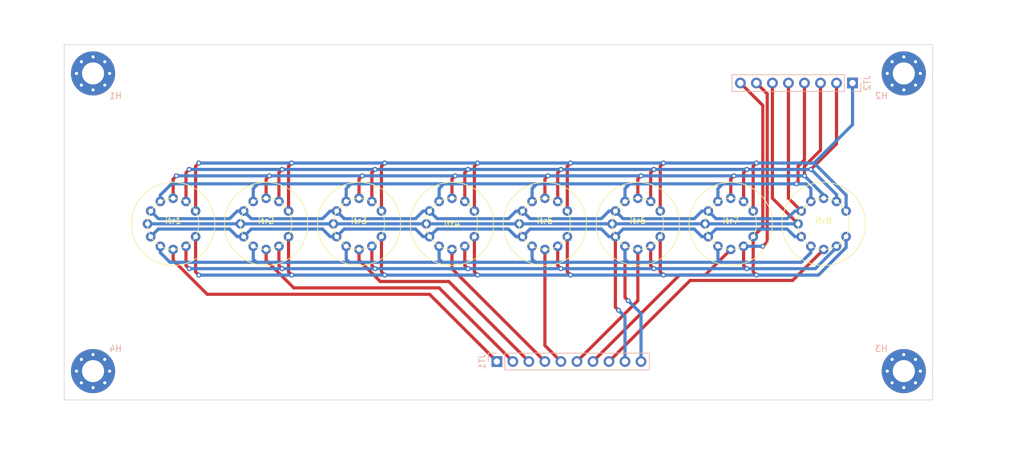
<source format=kicad_pcb>
(kicad_pcb (version 20211014) (generator pcbnew)
  (layers (0 "F.Cu" signal) (31 "B.Cu" signal) (34 "B.Paste" user) (35 "F.Paste" user) (36 "B.SilkS" user "B.Silkscreen") (37 "F.SilkS" user "F.Silkscreen") (38 "B.Mask" user) (39 "F.Mask" user) (44 "Edge.Cuts" user))
  (net 0 "")
  (net 1 "Net-(JT2-Pad1)")
  (net 2 "Net-(JT2-Pad2)")
  (net 3 "Net-(JT2-Pad3)")
  (net 4 "Net-(JT2-Pad4)")
  (net 5 "Net-(JT2-Pad5)")
  (net 6 "Net-(JT2-Pad6)")
  (net 7 "GND1")
  (net 8 "+1V5")
  (net 9 "Net-(itr1-Pad9)")
  (net 10 "Net-(JT2-Pad7)")
  (net 11 "Net-(JT2-Pad8)")
  (net 12 "Net-(itr2-Pad9)")
  (net 13 "Net-(itr3-Pad9)")
  (net 14 "Net-(itr4-Pad9)")
  (net 15 "Net-(itr5-Pad9)")
  (net 16 "Net-(itr6-Pad9)")
  (net 17 "Net-(itr7-Pad9)")
  (net 18 "Net-(itr8-Pad9)")
  (net 19 "GND")
  (footprint "Itron:itron_IV_6" (layer "F.Cu") (at 169.164 108.712)
    (fp_text reference "itr7" (at 0 -0.5 unlocked) (layer "F.SilkS"))
    (fp_text value "itron_IV_6")
    (fp_circle (center 0 0) (end 0 -4.064) (layer "F.SilkS") (width 0.12) (fill none))
    (fp_circle (center 0 0) (end 6.604 0) (layer "F.SilkS") (width 0.12) (fill none))
    (pad "1" thru_hole circle (at 3.556 -2.032) (size 1.524 1.524) (drill 0.762) (layers *.Cu *.Mask) (net 1 "Net-(JT2-Pad1)"))
    (pad "2" thru_hole circle (at 2.032 -3.556) (size 1.524 1.524) (drill 0.762) (layers *.Cu *.Mask) (net 2 "Net-(JT2-Pad2)"))
    (pad "3" thru_hole circle (at 0 -4.064) (size 1.524 1.524) (drill 0.762) (layers *.Cu *.Mask) (net 3 "Net-(JT2-Pad3)"))
    (pad "4" thru_hole circle (at -2.032 -3.556) (size 1.524 1.524) (drill 0.762) (layers *.Cu *.Mask) (net 4 "Net-(JT2-Pad4)"))
    (pad "5" thru_hole circle (at -3.556 -2.032) (size 1.524 1.524) (drill 0.762) (layers *.Cu *.Mask) (net 5 "Net-(JT2-Pad5)"))
    (pad "6" thru_hole circle (at -4.064 0) (size 1.524 1.524) (drill 0.762) (layers *.Cu *.Mask) (net 6 "Net-(JT2-Pad6)"))
    (pad "7" thru_hole circle (at -3.556 2.032) (size 1.524 1.524) (drill 0.762) (layers *.Cu *.Mask) (net 7 "GND1"))
    (pad "8" thru_hole circle (at -2.032 3.556) (size 1.524 1.524) (drill 0.762) (layers *.Cu *.Mask) (net 8 "+1V5"))
    (pad "9" thru_hole circle (at 0 4.064) (size 1.524 1.524) (drill 0.762) (layers *.Cu *.Mask) (net 17 "Net-(itr7-Pad9)"))
    (pad "10" thru_hole circle (at 2.032 3.556) (size 1.524 1.524) (drill 0.762) (layers *.Cu *.Mask) (net 10 "Net-(JT2-Pad7)"))
    (pad "11" thru_hole circle (at 3.556 2.032) (size 1.524 1.524) (drill 0.762) (layers *.Cu *.Mask) (net 11 "Net-(JT2-Pad8)"))
  )
  (footprint "Itron:itron_IV_6" (layer "F.Cu") (at 154.432 108.712)
    (fp_text reference "itr6" (at 0 -0.5 unlocked) (layer "F.SilkS"))
    (fp_text value "itron_IV_6")
    (fp_circle (center 0 0) (end 6.604 0) (layer "F.SilkS") (width 0.12) (fill none))
    (fp_circle (center 0 0) (end 0 -4.064) (layer "F.SilkS") (width 0.12) (fill none))
    (pad "1" thru_hole circle (at 3.556 -2.032) (size 1.524 1.524) (drill 0.762) (layers *.Cu *.Mask) (net 1 "Net-(JT2-Pad1)"))
    (pad "2" thru_hole circle (at 2.032 -3.556) (size 1.524 1.524) (drill 0.762) (layers *.Cu *.Mask) (net 2 "Net-(JT2-Pad2)"))
    (pad "3" thru_hole circle (at 0 -4.064) (size 1.524 1.524) (drill 0.762) (layers *.Cu *.Mask) (net 3 "Net-(JT2-Pad3)"))
    (pad "4" thru_hole circle (at -2.032 -3.556) (size 1.524 1.524) (drill 0.762) (layers *.Cu *.Mask) (net 4 "Net-(JT2-Pad4)"))
    (pad "5" thru_hole circle (at -3.556 -2.032) (size 1.524 1.524) (drill 0.762) (layers *.Cu *.Mask) (net 5 "Net-(JT2-Pad5)"))
    (pad "6" thru_hole circle (at -4.064 0) (size 1.524 1.524) (drill 0.762) (layers *.Cu *.Mask) (net 6 "Net-(JT2-Pad6)"))
    (pad "7" thru_hole circle (at -3.556 2.032) (size 1.524 1.524) (drill 0.762) (layers *.Cu *.Mask) (net 7 "GND1"))
    (pad "8" thru_hole circle (at -2.032 3.556) (size 1.524 1.524) (drill 0.762) (layers *.Cu *.Mask) (net 8 "+1V5"))
    (pad "9" thru_hole circle (at 0 4.064) (size 1.524 1.524) (drill 0.762) (layers *.Cu *.Mask) (net 16 "Net-(itr6-Pad9)"))
    (pad "10" thru_hole circle (at 2.032 3.556) (size 1.524 1.524) (drill 0.762) (layers *.Cu *.Mask) (net 10 "Net-(JT2-Pad7)"))
    (pad "11" thru_hole circle (at 3.556 2.032) (size 1.524 1.524) (drill 0.762) (layers *.Cu *.Mask) (net 11 "Net-(JT2-Pad8)"))
  )
  (footprint "MountingHole:MountingHole_3.5mm_Pad_Via" (layer "F.Cu") (at 196.596 84.836)
    (fp_text reference "H2" (at -3.556 3.556) (layer "B.SilkS") (effects (justify mirror)))
    (fp_text value "MountingHole_Pad")
    (pad "1" thru_hole circle (at -2.625 0) (size 0.8 0.8) (drill 0.5) (layers *.Cu *.Mask) (net 19 "GND"))
    (pad "1" thru_hole circle (at 0 2.625) (size 0.8 0.8) (drill 0.5) (layers *.Cu *.Mask) (net 19 "GND"))
    (pad "1" thru_hole circle (at 2.625 0) (size 0.8 0.8) (drill 0.5) (layers *.Cu *.Mask) (net 19 "GND"))
    (pad "1" thru_hole circle (at 1.856155 1.856155) (size 0.8 0.8) (drill 0.5) (layers *.Cu *.Mask) (net 19 "GND"))
    (pad "1" thru_hole circle (at -1.856155 -1.856155) (size 0.8 0.8) (drill 0.5) (layers *.Cu *.Mask) (net 19 "GND"))
    (pad "1" thru_hole circle (at -1.856155 1.856155) (size 0.8 0.8) (drill 0.5) (layers *.Cu *.Mask) (net 19 "GND"))
    (pad "1" thru_hole circle (at 0 0) (size 7 7) (drill 3.5) (layers *.Cu *.Mask) (net 19 "GND"))
    (pad "1" thru_hole circle (at 0 -2.625) (size 0.8 0.8) (drill 0.5) (layers *.Cu *.Mask) (net 19 "GND"))
    (pad "1" thru_hole circle (at 1.856155 -1.856155) (size 0.8 0.8) (drill 0.5) (layers *.Cu *.Mask) (net 19 "GND"))
  )
  (footprint "Itron:itron_IV_6" (layer "F.Cu") (at 95.504 108.712)
    (fp_text reference "itr2" (at 0 -0.5 unlocked) (layer "F.SilkS"))
    (fp_text value "itron_IV_6")
    (fp_circle (center 0 0) (end 0 -4.064) (layer "F.SilkS") (width 0.12) (fill none))
    (fp_circle (center 0 0) (end 6.604 0) (layer "F.SilkS") (width 0.12) (fill none))
    (pad "1" thru_hole circle (at 3.556 -2.032) (size 1.524 1.524) (drill 0.762) (layers *.Cu *.Mask) (net 1 "Net-(JT2-Pad1)"))
    (pad "2" thru_hole circle (at 2.032 -3.556) (size 1.524 1.524) (drill 0.762) (layers *.Cu *.Mask) (net 2 "Net-(JT2-Pad2)"))
    (pad "3" thru_hole circle (at 0 -4.064) (size 1.524 1.524) (drill 0.762) (layers *.Cu *.Mask) (net 3 "Net-(JT2-Pad3)"))
    (pad "4" thru_hole circle (at -2.032 -3.556) (size 1.524 1.524) (drill 0.762) (layers *.Cu *.Mask) (net 4 "Net-(JT2-Pad4)"))
    (pad "5" thru_hole circle (at -3.556 -2.032) (size 1.524 1.524) (drill 0.762) (layers *.Cu *.Mask) (net 5 "Net-(JT2-Pad5)"))
    (pad "6" thru_hole circle (at -4.064 0) (size 1.524 1.524) (drill 0.762) (layers *.Cu *.Mask) (net 6 "Net-(JT2-Pad6)"))
    (pad "7" thru_hole circle (at -3.556 2.032) (size 1.524 1.524) (drill 0.762) (layers *.Cu *.Mask) (net 7 "GND1"))
    (pad "8" thru_hole circle (at -2.032 3.556) (size 1.524 1.524) (drill 0.762) (layers *.Cu *.Mask) (net 8 "+1V5"))
    (pad "9" thru_hole circle (at 0 4.064) (size 1.524 1.524) (drill 0.762) (layers *.Cu *.Mask) (net 12 "Net-(itr2-Pad9)"))
    (pad "10" thru_hole circle (at 2.032 3.556) (size 1.524 1.524) (drill 0.762) (layers *.Cu *.Mask) (net 10 "Net-(JT2-Pad7)"))
    (pad "11" thru_hole circle (at 3.556 2.032) (size 1.524 1.524) (drill 0.762) (layers *.Cu *.Mask) (net 11 "Net-(JT2-Pad8)"))
  )
  (footprint "Itron:itron_IV_6" (layer "F.Cu") (at 110.236 108.712)
    (fp_text reference "itr3" (at 0 -0.5 unlocked) (layer "F.SilkS"))
    (fp_text value "itron_IV_6")
    (fp_circle (center 0 0) (end 6.604 0) (layer "F.SilkS") (width 0.12) (fill none))
    (fp_circle (center 0 0) (end 0 -4.064) (layer "F.SilkS") (width 0.12) (fill none))
    (pad "1" thru_hole circle (at 3.556 -2.032) (size 1.524 1.524) (drill 0.762) (layers *.Cu *.Mask) (net 1 "Net-(JT2-Pad1)"))
    (pad "2" thru_hole circle (at 2.032 -3.556) (size 1.524 1.524) (drill 0.762) (layers *.Cu *.Mask) (net 2 "Net-(JT2-Pad2)"))
    (pad "3" thru_hole circle (at 0 -4.064) (size 1.524 1.524) (drill 0.762) (layers *.Cu *.Mask) (net 3 "Net-(JT2-Pad3)"))
    (pad "4" thru_hole circle (at -2.032 -3.556) (size 1.524 1.524) (drill 0.762) (layers *.Cu *.Mask) (net 4 "Net-(JT2-Pad4)"))
    (pad "5" thru_hole circle (at -3.556 -2.032) (size 1.524 1.524) (drill 0.762) (layers *.Cu *.Mask) (net 5 "Net-(JT2-Pad5)"))
    (pad "6" thru_hole circle (at -4.064 0) (size 1.524 1.524) (drill 0.762) (layers *.Cu *.Mask) (net 6 "Net-(JT2-Pad6)"))
    (pad "7" thru_hole circle (at -3.556 2.032) (size 1.524 1.524) (drill 0.762) (layers *.Cu *.Mask) (net 7 "GND1"))
    (pad "8" thru_hole circle (at -2.032 3.556) (size 1.524 1.524) (drill 0.762) (layers *.Cu *.Mask) (net 8 "+1V5"))
    (pad "9" thru_hole circle (at 0 4.064) (size 1.524 1.524) (drill 0.762) (layers *.Cu *.Mask) (net 13 "Net-(itr3-Pad9)"))
    (pad "10" thru_hole circle (at 2.032 3.556) (size 1.524 1.524) (drill 0.762) (layers *.Cu *.Mask) (net 10 "Net-(JT2-Pad7)"))
    (pad "11" thru_hole circle (at 3.556 2.032) (size 1.524 1.524) (drill 0.762) (layers *.Cu *.Mask) (net 11 "Net-(JT2-Pad8)"))
  )
  (footprint "Itron:itron_IV_6" (layer "F.Cu") (at 183.896 108.712)
    (fp_text reference "itr8" (at 0 -0.5 unlocked) (layer "F.SilkS"))
    (fp_text value "itron_IV_6")
    (fp_circle (center 0 0) (end 0 -4.064) (layer "F.SilkS") (width 0.12) (fill none))
    (fp_circle (center 0 0) (end 6.604 0) (layer "F.SilkS") (width 0.12) (fill none))
    (pad "1" thru_hole circle (at 3.556 -2.032) (size 1.524 1.524) (drill 0.762) (layers *.Cu *.Mask) (net 1 "Net-(JT2-Pad1)"))
    (pad "2" thru_hole circle (at 2.032 -3.556) (size 1.524 1.524) (drill 0.762) (layers *.Cu *.Mask) (net 2 "Net-(JT2-Pad2)"))
    (pad "3" thru_hole circle (at 0 -4.064) (size 1.524 1.524) (drill 0.762) (layers *.Cu *.Mask) (net 3 "Net-(JT2-Pad3)"))
    (pad "4" thru_hole circle (at -2.032 -3.556) (size 1.524 1.524) (drill 0.762) (layers *.Cu *.Mask) (net 4 "Net-(JT2-Pad4)"))
    (pad "5" thru_hole circle (at -3.556 -2.032) (size 1.524 1.524) (drill 0.762) (layers *.Cu *.Mask) (net 5 "Net-(JT2-Pad5)"))
    (pad "6" thru_hole circle (at -4.064 0) (size 1.524 1.524) (drill 0.762) (layers *.Cu *.Mask) (net 6 "Net-(JT2-Pad6)"))
    (pad "7" thru_hole circle (at -3.556 2.032) (size 1.524 1.524) (drill 0.762) (layers *.Cu *.Mask) (net 7 "GND1"))
    (pad "8" thru_hole circle (at -2.032 3.556) (size 1.524 1.524) (drill 0.762) (layers *.Cu *.Mask) (net 8 "+1V5"))
    (pad "9" thru_hole circle (at 0 4.064) (size 1.524 1.524) (drill 0.762) (layers *.Cu *.Mask) (net 18 "Net-(itr8-Pad9)"))
    (pad "10" thru_hole circle (at 2.032 3.556) (size 1.524 1.524) (drill 0.762) (layers *.Cu *.Mask) (net 10 "Net-(JT2-Pad7)"))
    (pad "11" thru_hole circle (at 3.556 2.032) (size 1.524 1.524) (drill 0.762) (layers *.Cu *.Mask) (net 11 "Net-(JT2-Pad8)"))
  )
  (footprint "MountingHole:MountingHole_3.5mm_Pad_Via" (layer "F.Cu") (at 68.072 132.08)
    (fp_text reference "H4" (at 3.556 -3.556) (layer "B.SilkS") (effects (justify mirror)))
    (fp_text value "MountingHole_Pad")
    (pad "1" thru_hole circle (at 1.856155 -1.856155) (size 0.8 0.8) (drill 0.5) (layers *.Cu *.Mask) (net 19 "GND"))
    (pad "1" thru_hole circle (at 2.625 0) (size 0.8 0.8) (drill 0.5) (layers *.Cu *.Mask) (net 19 "GND"))
    (pad "1" thru_hole circle (at -2.625 0) (size 0.8 0.8) (drill 0.5) (layers *.Cu *.Mask) (net 19 "GND"))
    (pad "1" thru_hole circle (at -1.856155 1.856155) (size 0.8 0.8) (drill 0.5) (layers *.Cu *.Mask) (net 19 "GND"))
    (pad "1" thru_hole circle (at 0 0) (size 7 7) (drill 3.5) (layers *.Cu *.Mask) (net 19 "GND"))
    (pad "1" thru_hole circle (at -1.856155 -1.856155) (size 0.8 0.8) (drill 0.5) (layers *.Cu *.Mask) (net 19 "GND"))
    (pad "1" thru_hole circle (at 0 2.625) (size 0.8 0.8) (drill 0.5) (layers *.Cu *.Mask) (net 19 "GND"))
    (pad "1" thru_hole circle (at 1.856155 1.856155) (size 0.8 0.8) (drill 0.5) (layers *.Cu *.Mask) (net 19 "GND"))
    (pad "1" thru_hole circle (at 0 -2.625) (size 0.8 0.8) (drill 0.5) (layers *.Cu *.Mask) (net 19 "GND"))
  )
  (footprint "Itron:itron_IV_6" (layer "F.Cu") (at 124.968 108.712)
    (fp_text reference "itr4" (at 0 0 unlocked) (layer "F.SilkS"))
    (fp_text value "itron_IV_6")
    (fp_circle (center 0 0) (end 0 -4.064) (layer "F.SilkS") (width 0.12) (fill none))
    (fp_circle (center 0 0) (end 6.604 0) (layer "F.SilkS") (width 0.12) (fill none))
    (pad "1" thru_hole circle (at 3.556 -2.032) (size 1.524 1.524) (drill 0.762) (layers *.Cu *.Mask) (net 1 "Net-(JT2-Pad1)"))
    (pad "2" thru_hole circle (at 2.032 -3.556) (size 1.524 1.524) (drill 0.762) (layers *.Cu *.Mask) (net 2 "Net-(JT2-Pad2)"))
    (pad "3" thru_hole circle (at 0 -4.064) (size 1.524 1.524) (drill 0.762) (layers *.Cu *.Mask) (net 3 "Net-(JT2-Pad3)"))
    (pad "4" thru_hole circle (at -2.032 -3.556) (size 1.524 1.524) (drill 0.762) (layers *.Cu *.Mask) (net 4 "Net-(JT2-Pad4)"))
    (pad "5" thru_hole circle (at -3.556 -2.032) (size 1.524 1.524) (drill 0.762) (layers *.Cu *.Mask) (net 5 "Net-(JT2-Pad5)"))
    (pad "6" thru_hole circle (at -4.064 0) (size 1.524 1.524) (drill 0.762) (layers *.Cu *.Mask) (net 6 "Net-(JT2-Pad6)"))
    (pad "7" thru_hole circle (at -3.556 2.032) (size 1.524 1.524) (drill 0.762) (layers *.Cu *.Mask) (net 7 "GND1"))
    (pad "8" thru_hole circle (at -2.032 3.556) (size 1.524 1.524) (drill 0.762) (layers *.Cu *.Mask) (net 8 "+1V5"))
    (pad "9" thru_hole circle (at 0 4.064) (size 1.524 1.524) (drill 0.762) (layers *.Cu *.Mask) (net 14 "Net-(itr4-Pad9)"))
    (pad "10" thru_hole circle (at 2.032 3.556) (size 1.524 1.524) (drill 0.762) (layers *.Cu *.Mask) (net 10 "Net-(JT2-Pad7)"))
    (pad "11" thru_hole circle (at 3.556 2.032) (size 1.524 1.524) (drill 0.762) (layers *.Cu *.Mask) (net 11 "Net-(JT2-Pad8)"))
  )
  (footprint "MountingHole:MountingHole_3.5mm_Pad_Via" (layer "F.Cu") (at 68.072 84.836)
    (fp_text reference "H1" (at 3.556 3.556) (layer "B.SilkS") (effects (justify mirror)))
    (fp_text value "MountingHole_Pad")
    (pad "1" thru_hole circle (at 0 0) (size 7 7) (drill 3.5) (layers *.Cu *.Mask) (net 19 "GND"))
    (pad "1" thru_hole circle (at -1.856155 1.856155) (size 0.8 0.8) (drill 0.5) (layers *.Cu *.Mask) (net 19 "GND"))
    (pad "1" thru_hole circle (at -1.856155 -1.856155) (size 0.8 0.8) (drill 0.5) (layers *.Cu *.Mask) (net 19 "GND"))
    (pad "1" thru_hole circle (at 1.856155 1.856155) (size 0.8 0.8) (drill 0.5) (layers *.Cu *.Mask) (net 19 "GND"))
    (pad "1" thru_hole circle (at -2.625 0) (size 0.8 0.8) (drill 0.5) (layers *.Cu *.Mask) (net 19 "GND"))
    (pad "1" thru_hole circle (at 0 2.625) (size 0.8 0.8) (drill 0.5) (layers *.Cu *.Mask) (net 19 "GND"))
    (pad "1" thru_hole circle (at 0 -2.625) (size 0.8 0.8) (drill 0.5) (layers *.Cu *.Mask) (net 19 "GND"))
    (pad "1" thru_hole circle (at 1.856155 -1.856155) (size 0.8 0.8) (drill 0.5) (layers *.Cu *.Mask) (net 19 "GND"))
    (pad "1" thru_hole circle (at 2.625 0) (size 0.8 0.8) (drill 0.5) (layers *.Cu *.Mask) (net 19 "GND"))
  )
  (footprint "Itron:itron_IV_6" (layer "F.Cu") (at 80.772 108.712)
    (fp_text reference "itr1" (at 0 -0.5 unlocked) (layer "F.SilkS"))
    (fp_text value "itron_IV_6")
    (fp_circle (center 0 0) (end 6.604 0) (layer "F.SilkS") (width 0.12) (fill none))
    (fp_circle (center 0 0) (end 0 -4.064) (layer "F.SilkS") (width 0.12) (fill none))
    (pad "1" thru_hole circle (at 3.556 -2.032) (size 1.524 1.524) (drill 0.762) (layers *.Cu *.Mask) (net 1 "Net-(JT2-Pad1)"))
    (pad "2" thru_hole circle (at 2.032 -3.556) (size 1.524 1.524) (drill 0.762) (layers *.Cu *.Mask) (net 2 "Net-(JT2-Pad2)"))
    (pad "3" thru_hole circle (at 0 -4.064) (size 1.524 1.524) (drill 0.762) (layers *.Cu *.Mask) (net 3 "Net-(JT2-Pad3)"))
    (pad "4" thru_hole circle (at -2.032 -3.556) (size 1.524 1.524) (drill 0.762) (layers *.Cu *.Mask) (net 4 "Net-(JT2-Pad4)"))
    (pad "5" thru_hole circle (at -3.556 -2.032) (size 1.524 1.524) (drill 0.762) (layers *.Cu *.Mask) (net 5 "Net-(JT2-Pad5)"))
    (pad "6" thru_hole circle (at -4.064 0) (size 1.524 1.524) (drill 0.762) (layers *.Cu *.Mask) (net 6 "Net-(JT2-Pad6)"))
    (pad "7" thru_hole circle (at -3.556 2.032) (size 1.524 1.524) (drill 0.762) (layers *.Cu *.Mask) (net 7 "GND1"))
    (pad "8" thru_hole circle (at -2.032 3.556) (size 1.524 1.524) (drill 0.762) (layers *.Cu *.Mask) (net 8 "+1V5"))
    (pad "9" thru_hole circle (at 0 4.064) (size 1.524 1.524) (drill 0.762) (layers *.Cu *.Mask) (net 9 "Net-(itr1-Pad9)"))
    (pad "10" thru_hole circle (at 2.032 3.556) (size 1.524 1.524) (drill 0.762) (layers *.Cu *.Mask) (net 10 "Net-(JT2-Pad7)"))
    (pad "11" thru_hole circle (at 3.556 2.032) (size 1.524 1.524) (drill 0.762) (layers *.Cu *.Mask) (net 11 "Net-(JT2-Pad8)"))
  )
  (footprint "Itron:itron_IV_6" (layer "F.Cu") (at 139.7 108.712)
    (fp_text reference "itr5" (at 0 -0.5 unlocked) (layer "F.SilkS"))
    (fp_text value "itron_IV_6")
    (fp_circle (center 0 0) (end 0 -4.064) (layer "F.SilkS") (width 0.12) (fill none))
    (fp_circle (center 0 0) (end 6.604 0) (layer "F.SilkS") (width 0.12) (fill none))
    (pad "1" thru_hole circle (at 3.556 -2.032) (size 1.524 1.524) (drill 0.762) (layers *.Cu *.Mask) (net 1 "Net-(JT2-Pad1)"))
    (pad "2" thru_hole circle (at 2.032 -3.556) (size 1.524 1.524) (drill 0.762) (layers *.Cu *.Mask) (net 2 "Net-(JT2-Pad2)"))
    (pad "3" thru_hole circle (at 0 -4.064) (size 1.524 1.524) (drill 0.762) (layers *.Cu *.Mask) (net 3 "Net-(JT2-Pad3)"))
    (pad "4" thru_hole circle (at -2.032 -3.556) (size 1.524 1.524) (drill 0.762) (layers *.Cu *.Mask) (net 4 "Net-(JT2-Pad4)"))
    (pad "5" thru_hole circle (at -3.556 -2.032) (size 1.524 1.524) (drill 0.762) (layers *.Cu *.Mask) (net 5 "Net-(JT2-Pad5)"))
    (pad "6" thru_hole circle (at -4.064 0) (size 1.524 1.524) (drill 0.762) (layers *.Cu *.Mask) (net 6 "Net-(JT2-Pad6)"))
    (pad "7" thru_hole circle (at -3.556 2.032) (size 1.524 1.524) (drill 0.762) (layers *.Cu *.Mask) (net 7 "GND1"))
    (pad "8" thru_hole circle (at -2.032 3.556) (size 1.524 1.524) (drill 0.762) (layers *.Cu *.Mask) (net 8 "+1V5"))
    (pad "9" thru_hole circle (at 0 4.064) (size 1.524 1.524) (drill 0.762) (layers *.Cu *.Mask) (net 15 "Net-(itr5-Pad9)"))
    (pad "10" thru_hole circle (at 2.032 3.556) (size 1.524 1.524) (drill 0.762) (layers *.Cu *.Mask) (net 10 "Net-(JT2-Pad7)"))
    (pad "11" thru_hole circle (at 3.556 2.032) (size 1.524 1.524) (drill 0.762) (layers *.Cu *.Mask) (net 11 "Net-(JT2-Pad8)"))
  )
  (footprint "MountingHole:MountingHole_3.5mm_Pad_Via" (layer "F.Cu") (at 196.596 132.08)
    (fp_text reference "H3" (at -3.556 -3.556) (layer "B.SilkS") (effects (justify mirror)))
    (fp_text value "MountingHole_Pad")
    (pad "1" thru_hole circle (at 1.856155 1.856155) (size 0.8 0.8) (drill 0.5) (layers *.Cu *.Mask) (net 19 "GND"))
    (pad "1" thru_hole circle (at -1.856155 -1.856155) (size 0.8 0.8) (drill 0.5) (layers *.Cu *.Mask) (net 19 "GND"))
    (pad "1" thru_hole circle (at -1.856155 1.856155) (size 0.8 0.8) (drill 0.5) (layers *.Cu *.Mask) (net 19 "GND"))
    (pad "1" thru_hole circle (at 2.625 0) (size 0.8 0.8) (drill 0.5) (layers *.Cu *.Mask) (net 19 "GND"))
    (pad "1" thru_hole circle (at 0 -2.625) (size 0.8 0.8) (drill 0.5) (layers *.Cu *.Mask) (net 19 "GND"))
    (pad "1" thru_hole circle (at 1.856155 -1.856155) (size 0.8 0.8) (drill 0.5) (layers *.Cu *.Mask) (net 19 "GND"))
    (pad "1" thru_hole circle (at 0 0) (size 7 7) (drill 3.5) (layers *.Cu *.Mask) (net 19 "GND"))
    (pad "1" thru_hole circle (at 0 2.625) (size 0.8 0.8) (drill 0.5) (layers *.Cu *.Mask) (net 19 "GND"))
    (pad "1" thru_hole circle (at -2.625 0) (size 0.8 0.8) (drill 0.5) (layers *.Cu *.Mask) (net 19 "GND"))
  )
  (footprint "Connector_PinHeader_2.54mm:PinHeader_1x10_P2.54mm_Vertical" (layer "B.Cu") (at 132.08 130.556 -90)
    (fp_text reference "JT1" (at 0 2.33 90) (layer "B.SilkS") (effects (justify mirror)))
    (fp_text value "Conn_01x10")
    (fp_line (start -1.33 1.33) (end 0 1.33) (layer "B.SilkS") (width 0.12))
    (fp_line (start 1.33 -1.27) (end 1.33 -24.19) (layer "B.SilkS") (width 0.12))
    (fp_line (start -1.33 -24.19) (end 1.33 -24.19) (layer "B.SilkS") (width 0.12))
    (fp_line (start -1.33 -1.27) (end -1.33 -24.19) (layer "B.SilkS") (width 0.12))
    (fp_line (start -1.33 0) (end -1.33 1.33) (layer "B.SilkS") (width 0.12))
    (fp_line (start -1.33 -1.27) (end 1.33 -1.27) (layer "B.SilkS") (width 0.12))
    (pad "1" thru_hole rect (at 0 0 270) (size 1.7 1.7) (drill 1) (layers *.Cu *.Mask) (net 9 "Net-(itr1-Pad9)"))
    (pad "2" thru_hole oval (at 0 -2.54 270) (size 1.7 1.7) (drill 1) (layers *.Cu *.Mask) (net 12 "Net-(itr2-Pad9)"))
    (pad "3" thru_hole oval (at 0 -5.08 270) (size 1.7 1.7) (drill 1) (layers *.Cu *.Mask) (net 13 "Net-(itr3-Pad9)"))
    (pad "4" thru_hole oval (at 0 -7.62 270) (size 1.7 1.7) (drill 1) (layers *.Cu *.Mask) (net 14 "Net-(itr4-Pad9)"))
    (pad "5" thru_hole oval (at 0 -10.16 270) (size 1.7 1.7) (drill 1) (layers *.Cu *.Mask) (net 15 "Net-(itr5-Pad9)"))
    (pad "6" thru_hole oval (at 0 -12.7 270) (size 1.7 1.7) (drill 1) (layers *.Cu *.Mask) (net 16 "Net-(itr6-Pad9)"))
    (pad "7" thru_hole oval (at 0 -15.24 270) (size 1.7 1.7) (drill 1) (layers *.Cu *.Mask) (net 17 "Net-(itr7-Pad9)"))
    (pad "8" thru_hole oval (at 0 -17.78 270) (size 1.7 1.7) (drill 1) (layers *.Cu *.Mask) (net 18 "Net-(itr8-Pad9)"))
    (pad "9" thru_hole oval (at 0 -20.32 270) (size 1.7 1.7) (drill 1) (layers *.Cu *.Mask) (net 7 "GND1"))
    (pad "10" thru_hole oval (at 0 -22.86 270) (size 1.7 1.7) (drill 1) (layers *.Cu *.Mask) (net 8 "+1V5"))
  )
  (footprint "Connector_PinHeader_2.54mm:PinHeader_1x08_P2.54mm_Vertical" (layer "B.Cu") (at 188.468 86.36 90)
    (fp_text reference "JT2" (at 0 2.33 90) (layer "B.SilkS") (effects (justify mirror)))
    (fp_text value "Conn_01x08")
    (fp_line (start -1.33 -1.27) (end 1.33 -1.27) (layer "B.SilkS") (width 0.12))
    (fp_line (start 1.33 -1.27) (end 1.33 -19.11) (layer "B.SilkS") (width 0.12))
    (fp_line (start -1.33 -1.27) (end -1.33 -19.11) (layer "B.SilkS") (width 0.12))
    (fp_line (start -1.33 -19.11) (end 1.33 -19.11) (layer "B.SilkS") (width 0.12))
    (fp_line (start -1.33 1.33) (end 0 1.33) (layer "B.SilkS") (width 0.12))
    (fp_line (start -1.33 0) (end -1.33 1.33) (layer "B.SilkS") (width 0.12))
    (pad "1" thru_hole rect (at 0 0 90) (size 1.7 1.7) (drill 1) (layers *.Cu *.Mask) (net 1 "Net-(JT2-Pad1)"))
    (pad "2" thru_hole oval (at 0 -2.54 90) (size 1.7 1.7) (drill 1) (layers *.Cu *.Mask) (net 2 "Net-(JT2-Pad2)"))
    (pad "3" thru_hole oval (at 0 -5.08 90) (size 1.7 1.7) (drill 1) (layers *.Cu *.Mask) (net 3 "Net-(JT2-Pad3)"))
    (pad "4" thru_hole oval (at 0 -7.62 90) (size 1.7 1.7) (drill 1) (layers *.Cu *.Mask) (net 4 "Net-(JT2-Pad4)"))
    (pad "5" thru_hole oval (at 0 -10.16 90) (size 1.7 1.7) (drill 1) (layers *.Cu *.Mask) (net 5 "Net-(JT2-Pad5)"))
    (pad "6" thru_hole oval (at 0 -12.7 90) (size 1.7 1.7) (drill 1) (layers *.Cu *.Mask) (net 6 "Net-(JT2-Pad6)"))
    (pad "7" thru_hole oval (at 0 -15.24 90) (size 1.7 1.7) (drill 1) (layers *.Cu *.Mask) (net 10 "Net-(JT2-Pad7)"))
    (pad "8" thru_hole oval (at 0 -17.78 90) (size 1.7 1.7) (drill 1) (layers *.Cu *.Mask) (net 11 "Net-(JT2-Pad8)"))
  )
  (gr_rect (start 63.5 80.264) (end 201.168 136.652) (layer "Edge.Cuts") (width 0.1) (fill none))
  (segment (start 113.792 106.68) (end 113.792 99.568) (width 0.5) (layer "F.Cu") (net 1))
  (segment (start 157.988 106.68) (end 157.988 99.568) (width 0.5) (layer "F.Cu") (net 1))
  (segment (start 113.792 99.568) (end 114.3 99.06) (width 0.5) (layer "F.Cu") (net 1))
  (segment (start 128.524 106.68) (end 128.524 99.568) (width 0.5) (layer "F.Cu") (net 1))
  (segment (start 128.524 99.568) (end 129.032 99.06) (width 0.5) (layer "F.Cu") (net 1))
  (segment (start 99.06 106.68) (end 99.06 99.568) (width 0.5) (layer "F.Cu") (net 1))
  (segment (start 84.328 99.568) (end 84.836 99.06) (width 0.5) (layer "F.Cu") (net 1))
  (segment (start 143.256 99.568) (end 143.764 99.06) (width 0.5) (layer "F.Cu") (net 1))
  (segment (start 172.72 99.568) (end 173.228 99.06) (width 0.5) (layer "F.Cu") (net 1))
  (segment (start 172.72 106.68) (end 172.72 99.568) (width 0.5) (layer "F.Cu") (net 1))
  (segment (start 84.328 106.68) (end 84.328 99.568) (width 0.5) (layer "F.Cu") (net 1))
  (segment (start 157.988 99.568) (end 158.496 99.06) (width 0.5) (layer "F.Cu") (net 1))
  (segment (start 99.06 99.568) (end 99.568 99.06) (width 0.5) (layer "F.Cu") (net 1))
  (segment (start 143.256 106.68) (end 143.256 99.568) (width 0.5) (layer "F.Cu") (net 1))
  (via (at 99.568 99.06) (size 0.8) (drill 0.4) (layers "F.Cu" "B.Cu") (net 1))
  (via (at 84.836 99.06) (size 0.8) (drill 0.4) (layers "F.Cu" "B.Cu") (net 1))
  (via (at 114.3 99.06) (size 0.8) (drill 0.4) (layers "F.Cu" "B.Cu") (net 1))
  (via (at 143.764 99.06) (size 0.8) (drill 0.4) (layers "F.Cu" "B.Cu") (net 1))
  (via (at 129.032 99.06) (size 0.8) (drill 0.4) (layers "F.Cu" "B.Cu") (net 1))
  (via (at 173.228 99.06) (size 0.8) (drill 0.4) (layers "F.Cu" "B.Cu") (net 1))
  (via (at 158.496 99.06) (size 0.8) (drill 0.4) (layers "F.Cu" "B.Cu") (net 1))
  (segment (start 84.836 99.06) (end 182.372 99.06) (width 0.5) (layer "B.Cu") (net 1))
  (segment (start 187.452 104.14) (end 187.452 106.68) (width 0.5) (layer "B.Cu") (net 1))
  (segment (start 182.372 99.06) (end 187.452 104.14) (width 0.5) (layer "B.Cu") (net 1))
  (segment (start 188.468 86.36) (end 188.468 92.964) (width 0.5) (layer "B.Cu") (net 1))
  (segment (start 188.468 92.964) (end 182.372 99.06) (width 0.5) (layer "B.Cu") (net 1))
  (segment (start 127 100.584) (end 127.508 100.076) (width 0.5) (layer "F.Cu") (net 2))
  (segment (start 97.536 105.156) (end 97.536 100.584) (width 0.5) (layer "F.Cu") (net 2))
  (segment (start 82.804 105.156) (end 82.804 100.584) (width 0.5) (layer "F.Cu") (net 2))
  (segment (start 112.268 100.584) (end 112.776 100.076) (width 0.5) (layer "F.Cu") (net 2))
  (segment (start 171.196 105.156) (end 171.196 100.584) (width 0.5) (layer "F.Cu") (net 2))
  (segment (start 127 105.156) (end 127 100.584) (width 0.5) (layer "F.Cu") (net 2))
  (segment (start 141.732 100.584) (end 142.24 100.076) (width 0.5) (layer "F.Cu") (net 2))
  (segment (start 171.196 100.584) (end 171.704 100.076) (width 0.5) (layer "F.Cu") (net 2))
  (segment (start 185.928 86.36) (end 185.928 96.012) (width 0.5) (layer "F.Cu") (net 2))
  (segment (start 156.464 100.584) (end 156.972 100.076) (width 0.5) (layer "F.Cu") (net 2))
  (segment (start 185.928 96.012) (end 181.864 100.076) (width 0.5) (layer "F.Cu") (net 2))
  (segment (start 82.804 100.584) (end 83.312 100.076) (width 0.5) (layer "F.Cu") (net 2))
  (segment (start 141.732 105.156) (end 141.732 100.584) (width 0.5) (layer "F.Cu") (net 2))
  (segment (start 97.536 100.584) (end 98.044 100.076) (width 0.5) (layer "F.Cu") (net 2))
  (segment (start 112.268 105.156) (end 112.268 100.584) (width 0.5) (layer "F.Cu") (net 2))
  (segment (start 156.464 105.156) (end 156.464 100.584) (width 0.5) (layer "F.Cu") (net 2))
  (via (at 171.704 100.076) (size 0.8) (drill 0.4) (layers "F.Cu" "B.Cu") (net 2))
  (via (at 112.776 100.076) (size 0.8) (drill 0.4) (layers "F.Cu" "B.Cu") (net 2))
  (via (at 181.864 100.076) (size 0.8) (drill 0.4) (layers "F.Cu" "B.Cu") (net 2))
  (via (at 98.044 100.076) (size 0.8) (drill 0.4) (layers "F.Cu" "B.Cu") (net 2))
  (via (at 127.508 100.076) (size 0.8) (drill 0.4) (layers "F.Cu" "B.Cu") (net 2))
  (via (at 142.24 100.076) (size 0.8) (drill 0.4) (layers "F.Cu" "B.Cu") (net 2))
  (via (at 156.972 100.076) (size 0.8) (drill 0.4) (layers "F.Cu" "B.Cu") (net 2))
  (via (at 83.312 100.076) (size 0.8) (drill 0.4) (layers "F.Cu" "B.Cu") (net 2))
  (segment (start 181.864 100.076) (end 83.312 100.076) (width 0.5) (layer "B.Cu") (net 2))
  (segment (start 185.928 104.07837) (end 181.92563 100.076) (width 0.5) (layer "B.Cu") (net 2))
  (segment (start 181.92563 100.076) (end 181.864 100.076) (width 0.5) (layer "B.Cu") (net 2))
  (segment (start 185.928 105.156) (end 185.928 104.07837) (width 0.5) (layer "B.Cu") (net 2))
  (segment (start 183.388 97.028) (end 180.848 99.568) (width 0.5) (layer "F.Cu") (net 3))
  (segment (start 139.7 104.648) (end 139.7 101.6) (width 0.5) (layer "F.Cu") (net 3))
  (segment (start 110.236 101.6) (end 110.744 101.092) (width 0.5) (layer "F.Cu") (net 3))
  (segment (start 180.848 99.568) (end 180.848 101.092) (width 0.5) (layer "F.Cu") (net 3))
  (segment (start 183.388 86.36) (end 183.388 97.028) (width 0.5) (layer "F.Cu") (net 3))
  (segment (start 154.432 101.6) (end 154.94 101.092) (width 0.5) (layer "F.Cu") (net 3))
  (segment (start 124.968 104.648) (end 124.968 101.6) (width 0.5) (layer "F.Cu") (net 3))
  (segment (start 124.968 101.6) (end 125.476 101.092) (width 0.5) (layer "F.Cu") (net 3))
  (segment (start 80.772 104.648) (end 80.772 101.6) (width 0.5) (layer "F.Cu") (net 3))
  (segment (start 95.504 104.648) (end 95.504 101.6) (width 0.5) (layer "F.Cu") (net 3))
  (segment (start 110.236 104.648) (end 110.236 101.6) (width 0.5) (layer "F.Cu") (net 3))
  (segment (start 154.432 104.648) (end 154.432 101.6) (width 0.5) (layer "F.Cu") (net 3))
  (segment (start 80.772 101.6) (end 81.28 101.092) (width 0.5) (layer "F.Cu") (net 3))
  (segment (start 95.504 101.6) (end 96.012 101.092) (width 0.5) (layer "F.Cu") (net 3))
  (segment (start 169.164 101.6) (end 169.672 101.092) (width 0.5) (layer "F.Cu") (net 3))
  (segment (start 139.7 101.6) (end 140.208 101.092) (width 0.5) (layer "F.Cu") (net 3))
  (segment (start 169.164 104.648) (end 169.164 101.6) (width 0.5) (layer "F.Cu") (net 3))
  (via (at 81.28 101.092) (size 0.8) (drill 0.4) (layers "F.Cu" "B.Cu") (net 3))
  (via (at 154.94 101.092) (size 0.8) (drill 0.4) (layers "F.Cu" "B.Cu") (net 3))
  (via (at 140.208 101.092) (size 0.8) (drill 0.4) (layers "F.Cu" "B.Cu") (net 3))
  (via (at 110.744 101.092) (size 0.8) (drill 0.4) (layers "F.Cu" "B.Cu") (net 3))
  (via (at 96.012 101.092) (size 0.8) (drill 0.4) (layers "F.Cu" "B.Cu") (net 3))
  (via (at 180.848 101.092) (size 0.8) (drill 0.4) (layers "F.Cu" "B.Cu") (net 3))
  (via (at 169.672 101.092) (size 0.8) (drill 0.4) (layers "F.Cu" "B.Cu") (net 3))
  (via (at 125.476 101.092) (size 0.8) (drill 0.4) (layers "F.Cu" "B.Cu") (net 3))
  (segment (start 81.28 101.092) (end 180.848 101.092) (width 0.5) (layer "B.Cu") (net 3))
  (segment (start 180.848 101.092) (end 183.896 104.14) (width 0.5) (layer "B.Cu") (net 3))
  (segment (start 183.896 104.14) (end 183.896 104.648) (width 0.5) (layer "B.Cu") (net 3))
  (segment (start 180.848 98.552) (end 179.832 99.568) (width 0.5) (layer "F.Cu") (net 4))
  (segment (start 180.848 86.36) (end 180.848 98.552) (width 0.5) (layer "F.Cu") (net 4))
  (segment (start 179.832 99.568) (end 179.832 102.108) (width 0.5) (layer "F.Cu") (net 4))
  (segment (start 179.832 102.108) (end 179.578 102.362) (width 0.5) (layer "F.Cu") (net 4))
  (via (at 179.578 102.362) (size 0.8) (drill 0.4) (layers "F.Cu" "B.Cu") (net 4))
  (segment (start 122.936 105.156) (end 122.936 103.124) (width 0.5) (layer "B.Cu") (net 4))
  (segment (start 108.204 103.124) (end 108.966 102.362) (width 0.5) (layer "B.Cu") (net 4))
  (segment (start 78.74 104.14) (end 80.518 102.362) (width 0.5) (layer "B.Cu") (net 4))
  (segment (start 153.162 102.362) (end 167.894 102.362) (width 0.5) (layer "B.Cu") (net 4))
  (segment (start 152.4 105.156) (end 152.4 103.124) (width 0.5) (layer "B.Cu") (net 4))
  (segment (start 108.966 102.362) (end 123.698 102.362) (width 0.5) (layer "B.Cu") (net 4))
  (segment (start 167.132 105.156) (end 167.132 103.124) (width 0.5) (layer "B.Cu") (net 4))
  (segment (start 78.74 105.156) (end 78.74 104.14) (width 0.5) (layer "B.Cu") (net 4))
  (segment (start 137.668 103.124) (end 138.43 102.362) (width 0.5) (layer "B.Cu") (net 4))
  (segment (start 108.204 105.156) (end 108.204 103.124) (width 0.5) (layer "B.Cu") (net 4))
  (segment (start 181.864 103.124) (end 181.102 102.362) (width 0.5) (layer "B.Cu") (net 4))
  (segment (start 167.132 103.124) (end 167.894 102.362) (width 0.5) (layer "B.Cu") (net 4))
  (segment (start 138.43 102.362) (end 153.162 102.362) (width 0.5) (layer "B.Cu") (net 4))
  (segment (start 181.864 105.156) (end 181.864 103.124) (width 0.5) (layer "B.Cu") (net 4))
  (segment (start 122.936 103.124) (end 123.698 102.362) (width 0.5) (layer "B.Cu") (net 4))
  (segment (start 80.518 102.362) (end 94.234 102.362) (width 0.5) (layer "B.Cu") (net 4))
  (segment (start 94.234 102.362) (end 108.966 102.362) (width 0.5) (layer "B.Cu") (net 4))
  (segment (start 179.578 102.362) (end 167.894 102.362) (width 0.5) (layer "B.Cu") (net 4))
  (segment (start 93.472 105.156) (end 93.472 103.124) (width 0.5) (layer "B.Cu") (net 4))
  (segment (start 152.4 103.124) (end 153.162 102.362) (width 0.5) (layer "B.Cu") (net 4))
  (segment (start 93.472 103.124) (end 94.234 102.362) (width 0.5) (layer "B.Cu") (net 4))
  (segment (start 123.698 102.362) (end 138.43 102.362) (width 0.5) (layer "B.Cu") (net 4))
  (segment (start 181.102 102.362) (end 179.578 102.362) (width 0.5) (layer "B.Cu") (net 4))
  (segment (start 137.668 105.156) (end 137.668 103.124) (width 0.5) (layer "B.Cu") (net 4))
  (segment (start 178.308 86.36) (end 178.308 104.648) (width 0.5) (layer "F.Cu") (net 5))
  (segment (start 121.031 106.68) (end 121.793 106.68) (width 0.5) (layer "F.Cu") (net 5))
  (segment (start 178.308 104.648) (end 180.34 106.68) (width 0.5) (layer "F.Cu") (net 5))
  (segment (start 137.355511 107.891511) (end 136.144 106.68) (width 0.5) (layer "B.Cu") (net 5))
  (segment (start 135.128 106.68) (end 133.916489 107.891511) (width 0.5) (layer "B.Cu") (net 5))
  (segment (start 150.876 106.68) (end 149.86 106.68) (width 0.5) (layer "B.Cu") (net 5))
  (segment (start 89.720489 107.891511) (end 78.427511 107.891511) (width 0.5) (layer "B.Cu") (net 5))
  (segment (start 178.112489 107.891511) (end 166.819511 107.891511) (width 0.5) (layer "B.Cu") (net 5))
  (segment (start 180.34 106.68) (end 179.324 106.68) (width 0.5) (layer "B.Cu") (net 5))
  (segment (start 106.68 106.68) (end 105.664 106.68) (width 0.5) (layer "B.Cu") (net 5))
  (segment (start 163.380489 107.891511) (end 152.087511 107.891511) (width 0.5) (layer "B.Cu") (net 5))
  (segment (start 91.948 106.68) (end 90.932 106.68) (width 0.5) (layer "B.Cu") (net 5))
  (segment (start 105.664 106.68) (end 104.452489 107.891511) (width 0.5) (layer "B.Cu") (net 5))
  (segment (start 78.427511 107.891511) (end 77.216 106.68) (width 0.5) (layer "B.Cu") (net 5))
  (segment (start 93.159511 107.891511) (end 91.948 106.68) (width 0.5) (layer "B.Cu") (net 5))
  (segment (start 121.412 106.68) (end 120.396 106.68) (width 0.5) (layer "B.Cu") (net 5))
  (segment (start 133.916489 107.891511) (end 122.623511 107.891511) (width 0.5) (layer "B.Cu") (net 5))
  (segment (start 164.592 106.68) (end 163.380489 107.891511) (width 0.5) (layer "B.Cu") (net 5))
  (segment (start 149.86 106.68) (end 148.648489 107.891511) (width 0.5) (layer "B.Cu") (net 5))
  (segment (start 104.452489 107.891511) (end 93.159511 107.891511) (width 0.5) (layer "B.Cu") (net 5))
  (segment (start 122.623511 107.891511) (end 121.412 106.68) (width 0.5) (layer "B.Cu") (net 5))
  (segment (start 165.608 106.68) (end 164.592 106.68) (width 0.5) (layer "B.Cu") (net 5))
  (segment (start 136.144 106.68) (end 135.128 106.68) (width 0.5) (layer "B.Cu") (net 5))
  (segment (start 179.324 106.68) (end 178.112489 107.891511) (width 0.5) (layer "B.Cu") (net 5))
  (segment (start 120.396 106.68) (end 119.184489 107.891511) (width 0.5) (layer "B.Cu") (net 5))
  (segment (start 148.648489 107.891511) (end 137.355511 107.891511) (width 0.5) (layer "B.Cu") (net 5))
  (segment (start 166.819511 107.891511) (end 165.608 106.68) (width 0.5) (layer "B.Cu") (net 5))
  (segment (start 152.087511 107.891511) (end 150.876 106.68) (width 0.5) (layer "B.Cu") (net 5))
  (segment (start 107.891511 107.891511) (end 106.68 106.68) (width 0.5) (layer "B.Cu") (net 5))
  (segment (start 90.932 106.68) (end 89.720489 107.891511) (width 0.5) (layer "B.Cu") (net 5))
  (segment (start 119.184489 107.891511) (end 107.891511 107.891511) (width 0.5) (layer "B.Cu") (net 5))
  (segment (start 175.768 104.648) (end 179.832 108.712) (width 0.5) (layer "F.Cu") (net 6))
  (segment (start 175.768 86.36) (end 175.768 104.648) (width 0.5) (layer "F.Cu") (net 6))
  (segment (start 76.708 108.712) (end 179.832 108.712) (width 0.5) (layer "B.Cu") (net 6))
  (segment (start 150.876 121.92) (end 151.384 122.428) (width 0.5) (layer "F.Cu") (net 7))
  (segment (start 150.876 110.744) (end 150.876 121.92) (width 0.5) (layer "F.Cu") (net 7))
  (segment (start 121.031 110.744) (end 121.793 110.744) (width 0.5) (layer "F.Cu") (net 7))
  (via (at 151.384 122.428) (size 0.8) (drill 0.4) (layers "F.Cu" "B.Cu") (net 7))
  (segment (start 105.664 110.744) (end 104.452489 109.532489) (width 0.5) (layer "B.Cu") (net 7))
  (segment (start 121.412 110.744) (end 120.396 110.744) (width 0.5) (layer "B.Cu") (net 7))
  (segment (start 89.720489 109.532489) (end 78.427511 109.532489) (width 0.5) (layer "B.Cu") (net 7))
  (segment (start 150.876 110.744) (end 149.86 110.744) (width 0.5) (layer "B.Cu") (net 7))
  (segment (start 135.128 110.744) (end 133.916489 109.532489) (width 0.5) (layer "B.Cu") (net 7))
  (segment (start 180.34 110.744) (end 179.324 110.744) (width 0.5) (layer "B.Cu") (net 7))
  (segment (start 106.68 110.744) (end 105.664 110.744) (width 0.5) (layer "B.Cu") (net 7))
  (segment (start 152.4 123.444) (end 152.4 130.556) (width 0.5) (layer "B.Cu") (net 7))
  (segment (start 152.087511 109.532489) (end 150.876 110.744) (width 0.5) (layer "B.Cu") (net 7))
  (segment (start 104.452489 109.532489) (end 93.159511 109.532489) (width 0.5) (layer "B.Cu") (net 7))
  (segment (start 149.86 110.744) (end 148.648489 109.532489) (width 0.5) (layer "B.Cu") (net 7))
  (segment (start 137.355511 109.532489) (end 136.144 110.744) (width 0.5) (layer "B.Cu") (net 7))
  (segment (start 93.159511 109.532489) (end 91.948 110.744) (width 0.5) (layer "B.Cu") (net 7))
  (segment (start 163.380489 109.532489) (end 152.087511 109.532489) (width 0.5) (layer "B.Cu") (net 7))
  (segment (start 165.608 110.744) (end 164.592 110.744) (width 0.5) (layer "B.Cu") (net 7))
  (segment (start 90.932 110.744) (end 89.720489 109.532489) (width 0.5) (layer "B.Cu") (net 7))
  (segment (start 148.648489 109.532489) (end 137.355511 109.532489) (width 0.5) (layer "B.Cu") (net 7))
  (segment (start 120.396 110.744) (end 119.184489 109.532489) (width 0.5) (layer "B.Cu") (net 7))
  (segment (start 107.891511 109.532489) (end 106.68 110.744) (width 0.5) (layer "B.Cu") (net 7))
  (segment (start 166.819511 109.532489) (end 165.608 110.744) (width 0.5) (layer "B.Cu") (net 7))
  (segment (start 179.324 110.744) (end 178.112489 109.532489) (width 0.5) (layer "B.Cu") (net 7))
  (segment (start 91.948 110.744) (end 90.932 110.744) (width 0.5) (layer "B.Cu") (net 7))
  (segment (start 178.112489 109.532489) (end 166.819511 109.532489) (width 0.5) (layer "B.Cu") (net 7))
  (segment (start 136.144 110.744) (end 135.128 110.744) (width 0.5) (layer "B.Cu") (net 7))
  (segment (start 164.592 110.744) (end 163.380489 109.532489) (width 0.5) (layer "B.Cu") (net 7))
  (segment (start 122.623511 109.532489) (end 121.412 110.744) (width 0.5) (layer "B.Cu") (net 7))
  (segment (start 78.427511 109.532489) (end 77.216 110.744) (width 0.5) (layer "B.Cu") (net 7))
  (segment (start 151.384 122.428) (end 152.4 123.444) (width 0.5) (layer "B.Cu") (net 7))
  (segment (start 133.916489 109.532489) (end 122.623511 109.532489) (width 0.5) (layer "B.Cu") (net 7))
  (segment (start 119.184489 109.532489) (end 107.891511 109.532489) (width 0.5) (layer "B.Cu") (net 7))
  (segment (start 152.4 112.268) (end 152.4 120.396) (width 0.5) (layer "F.Cu") (net 8))
  (segment (start 152.4 120.396) (end 152.908 120.904) (width 0.5) (layer "F.Cu") (net 8))
  (via (at 152.908 120.904) (size 0.8) (drill 0.4) (layers "F.Cu" "B.Cu") (net 8))
  (segment (start 154.94 122.936) (end 154.94 130.556) (width 0.5) (layer "B.Cu") (net 8))
  (segment (start 123.444 114.808) (end 108.712 114.808) (width 0.5) (layer "B.Cu") (net 8))
  (segment (start 108.204 114.3) (end 108.712 114.808) (width 0.5) (layer "B.Cu") (net 8))
  (segment (start 108.712 114.808) (end 93.98 114.808) (width 0.5) (layer "B.Cu") (net 8))
  (segment (start 138.176 114.808) (end 123.444 114.808) (width 0.5) (layer "B.Cu") (net 8))
  (segment (start 137.668 112.268) (end 137.668 114.3) (width 0.5) (layer "B.Cu") (net 8))
  (segment (start 167.132 112.268) (end 167.132 114.3) (width 0.5) (layer "B.Cu") (net 8))
  (segment (start 152.908 114.808) (end 138.176 114.808) (width 0.5) (layer "B.Cu") (net 8))
  (segment (start 80.264 114.808) (end 78.74 113.284) (width 0.5) (layer "B.Cu") (net 8))
  (segment (start 93.98 114.808) (end 80.264 114.808) (width 0.5) (layer "B.Cu") (net 8))
  (segment (start 167.132 114.3) (end 167.64 114.808) (width 0.5) (layer "B.Cu") (net 8))
  (segment (start 181.864 112.268) (end 181.864 113.284) (width 0.5) (layer "B.Cu") (net 8))
  (segment (start 122.936 112.268) (end 122.936 114.3) (width 0.5) (layer "B.Cu") (net 8))
  (segment (start 181.864 113.284) (end 180.34 114.808) (width 0.5) (layer "B.Cu") (net 8))
  (segment (start 122.936 114.3) (end 123.444 114.808) (width 0.5) (layer "B.Cu") (net 8))
  (segment (start 108.204 112.268) (end 108.204 114.3) (width 0.5) (layer "B.Cu") (net 8))
  (segment (start 180.34 114.808) (end 167.64 114.808) (width 0.5) (layer "B.Cu") (net 8))
  (segment (start 152.4 112.268) (end 152.4 114.3) (width 0.5) (layer "B.Cu") (net 8))
  (segment (start 152.908 120.904) (end 154.94 122.936) (width 0.5) (layer "B.Cu") (net 8))
  (segment (start 78.74 113.284) (end 78.74 112.268) (width 0.5) (layer "B.Cu") (net 8))
  (segment (start 93.472 112.268) (end 93.472 114.3) (width 0.5) (layer "B.Cu") (net 8))
  (segment (start 137.668 114.3) (end 138.176 114.808) (width 0.5) (layer "B.Cu") (net 8))
  (segment (start 167.64 114.808) (end 152.908 114.808) (width 0.5) (layer "B.Cu") (net 8))
  (segment (start 152.4 114.3) (end 152.908 114.808) (width 0.5) (layer "B.Cu") (net 8))
  (segment (start 93.472 114.3) (end 93.98 114.808) (width 0.5) (layer "B.Cu") (net 8))
  (segment (start 80.772 112.776) (end 80.772 114.485391) (width 0.5) (layer "F.Cu") (net 9))
  (segment (start 86.174609 119.888) (end 121.412 119.888) (width 0.5) (layer "F.Cu") (net 9))
  (segment (start 121.412 119.888) (end 132.08 130.556) (width 0.5) (layer "F.Cu") (net 9))
  (segment (start 80.772 114.485391) (end 86.174609 119.888) (width 0.5) (layer "F.Cu") (net 9))
  (segment (start 82.804 112.268) (end 82.804 115.316) (width 0.5) (layer "F.Cu") (net 10))
  (segment (start 156.464 115.316) (end 156.972 115.824) (width 0.5) (layer "F.Cu") (net 10))
  (segment (start 171.196 112.268) (end 171.196 115.316) (width 0.5) (layer "F.Cu") (net 10))
  (segment (start 112.268 115.316) (end 112.776 115.824) (width 0.5) (layer "F.Cu") (net 10))
  (segment (start 171.196 115.316) (end 171.704 115.824) (width 0.5) (layer "F.Cu") (net 10))
  (segment (start 82.804 115.316) (end 83.312 115.824) (width 0.5) (layer "F.Cu") (net 10))
  (segment (start 112.268 112.268) (end 112.268 115.316) (width 0.5) (layer "F.Cu") (net 10))
  (segment (start 127 115.316) (end 127.508 115.824) (width 0.5) (layer "F.Cu") (net 10))
  (segment (start 174.94352 88.07552) (end 174.94352 101.91648) (width 0.5) (layer "F.Cu") (net 10))
  (segment (start 141.732 112.268) (end 141.732 115.316) (width 0.5) (layer "F.Cu") (net 10))
  (segment (start 141.732 115.316) (end 142.24 115.824) (width 0.5) (layer "F.Cu") (net 10))
  (segment (start 174.94352 111.56848) (end 174.244 112.268) (width 0.5) (layer "F.Cu") (net 10))
  (segment (start 156.464 112.268) (end 156.464 115.316) (width 0.5) (layer "F.Cu") (net 10))
  (segment (start 127 112.268) (end 127 115.316) (width 0.5) (layer "F.Cu") (net 10))
  (segment (start 173.228 86.36) (end 174.94352 88.07552) (width 0.5) (layer "F.Cu") (net 10))
  (segment (start 97.536 112.268) (end 97.536 115.316) (width 0.5) (layer "F.Cu") (net 10))
  (segment (start 174.94352 101.91648) (end 174.94352 111.56848) (width 0.5) (layer "F.Cu") (net 10))
  (segment (start 97.536 115.316) (end 98.044 115.824) (width 0.5) (layer "F.Cu") (net 10))
  (via (at 112.776 115.824) (size 0.8) (drill 0.4) (layers "F.Cu" "B.Cu") (net 10))
  (via (at 171.704 115.824) (size 0.8) (drill 0.4) (layers "F.Cu" "B.Cu") (net 10))
  (via (at 156.972 115.824) (size 0.8) (drill 0.4) (layers "F.Cu" "B.Cu") (net 10))
  (via (at 174.244 112.268) (size 0.8) (drill 0.4) (layers "F.Cu" "B.Cu") (net 10))
  (via (at 98.044 115.824) (size 0.8) (drill 0.4) (layers "F.Cu" "B.Cu") (net 10))
  (via (at 83.312 115.824) (size 0.8) (drill 0.4) (layers "F.Cu" "B.Cu") (net 10))
  (via (at 127.508 115.824) (size 0.8) (drill 0.4) (layers "F.Cu" "B.Cu") (net 10))
  (via (at 142.24 115.824) (size 0.8) (drill 0.4) (layers "F.Cu" "B.Cu") (net 10))
  (segment (start 171.704 115.824) (end 182.561336 115.824) (width 0.5) (layer "B.Cu") (net 10))
  (segment (start 83.312 115.824) (end 171.704 115.824) (width 0.5) (layer "B.Cu") (net 10))
  (segment (start 182.561336 115.824) (end 185.928 112.457336) (width 0.5) (layer "B.Cu") (net 10))
  (segment (start 185.928 112.457336) (end 185.928 112.268) (width 0.5) (layer "B.Cu") (net 10))
  (segment (start 171.196 112.268) (end 174.244 112.268) (width 0.5) (layer "B.Cu") (net 10))
  (segment (start 174.244 89.916) (end 174.244 109.22) (width 0.5) (layer "F.Cu") (net 11))
  (segment (start 84.328 116.332) (end 84.836 116.84) (width 0.5) (layer "F.Cu") (net 11))
  (segment (start 172.72 110.744) (end 172.72 116.332) (width 0.5) (layer "F.Cu") (net 11))
  (segment (start 143.256 116.332) (end 143.764 116.84) (width 0.5) (layer "F.Cu") (net 11))
  (segment (start 143.256 110.744) (end 143.256 116.332) (width 0.5) (layer "F.Cu") (net 11))
  (segment (start 84.328 110.744) (end 84.328 116.332) (width 0.5) (layer "F.Cu") (net 11))
  (segment (start 113.792 116.332) (end 114.3 116.84) (width 0.5) (layer "F.Cu") (net 11))
  (segment (start 174.244 109.22) (end 172.72 110.744) (width 0.5) (layer "F.Cu") (net 11))
  (segment (start 170.688 86.36) (end 174.244 89.916) (width 0.5) (layer "F.Cu") (net 11))
  (segment (start 99.06 110.744) (end 99.06 116.332) (width 0.5) (layer "F.Cu") (net 11))
  (segment (start 128.524 110.744) (end 128.524 116.332) (width 0.5) (layer "F.Cu") (net 11))
  (segment (start 157.988 116.332) (end 158.496 116.84) (width 0.5) (layer "F.Cu") (net 11))
  (segment (start 99.06 116.332) (end 99.568 116.84) (width 0.5) (layer "F.Cu") (net 11))
  (segment (start 113.792 110.744) (end 113.792 116.332) (width 0.5) (layer "F.Cu") (net 11))
  (segment (start 128.524 116.332) (end 129.032 116.84) (width 0.5) (layer "F.Cu") (net 11))
  (segment (start 172.72 116.332) (end 173.228 116.84) (width 0.5) (layer "F.Cu") (net 11))
  (segment (start 157.988 110.744) (end 157.988 116.332) (width 0.5) (layer "F.Cu") (net 11))
  (via (at 84.836 116.84) (size 0.8) (drill 0.4) (layers "F.Cu" "B.Cu") (net 11))
  (via (at 143.764 116.84) (size 0.8) (drill 0.4) (layers "F.Cu" "B.Cu") (net 11))
  (via (at 158.496 116.84) (size 0.8) (drill 0.4) (layers "F.Cu" "B.Cu") (net 11))
  (via (at 173.228 116.84) (size 0.8) (drill 0.4) (layers "F.Cu" "B.Cu") (net 11))
  (via (at 99.568 116.84) (size 0.8) (drill 0.4) (layers "F.Cu" "B.Cu") (net 11))
  (via (at 114.3 116.84) (size 0.8) (drill 0.4) (layers "F.Cu" "B.Cu") (net 11))
  (via (at 129.032 116.84) (size 0.8) (drill 0.4) (layers "F.Cu" "B.Cu") (net 11))
  (segment (start 183.069336 116.84) (end 187.452 112.457336) (width 0.5) (layer "B.Cu") (net 11))
  (segment (start 84.836 116.84) (end 183.069336 116.84) (width 0.5) (layer "B.Cu") (net 11))
  (segment (start 187.452 112.457336) (end 187.452 110.744) (width 0.5) (layer "B.Cu") (net 11))
  (segment (start 95.504 112.776) (end 95.504 114.485391) (width 0.5) (layer "F.Cu") (net 12))
  (segment (start 99.890609 118.872) (end 122.936 118.872) (width 0.5) (layer "F.Cu") (net 12))
  (segment (start 95.504 114.485391) (end 99.890609 118.872) (width 0.5) (layer "F.Cu") (net 12))
  (segment (start 122.936 118.872) (end 134.62 130.556) (width 0.5) (layer "F.Cu") (net 12))
  (segment (start 113.606609 117.856) (end 124.46 117.856) (width 0.5) (layer "F.Cu") (net 13))
  (segment (start 124.46 117.856) (end 137.16 130.556) (width 0.5) (layer "F.Cu") (net 13))
  (segment (start 110.236 112.776) (end 110.236 114.485391) (width 0.5) (layer "F.Cu") (net 13))
  (segment (start 110.236 114.485391) (end 113.606609 117.856) (width 0.5) (layer "F.Cu") (net 13))
  (segment (start 139.7 130.556) (end 124.968 115.824) (width 0.5) (layer "F.Cu") (net 14))
  (segment (start 124.968 115.824) (end 124.968 112.776) (width 0.5) (layer "F.Cu") (net 14))
  (segment (start 139.7 128.016) (end 139.7 112.776) (width 0.5) (layer "F.Cu") (net 15))
  (segment (start 142.24 130.556) (end 139.7 128.016) (width 0.5) (layer "F.Cu") (net 15))
  (segment (start 154.432 120.904) (end 154.432 112.776) (width 0.5) (layer "F.Cu") (net 16))
  (segment (start 144.78 130.556) (end 154.432 120.904) (width 0.5) (layer "F.Cu") (net 16))
  (segment (start 165.1 116.84) (end 169.164 112.776) (width 0.5) (layer "F.Cu") (net 17))
  (segment (start 161.036 116.84) (end 165.1 116.84) (width 0.5) (layer "F.Cu") (net 17))
  (segment (start 147.32 130.556) (end 161.036 116.84) (width 0.5) (layer "F.Cu") (net 17))
  (segment (start 178.982489 117.689511) (end 183.896 112.776) (width 0.5) (layer "F.Cu") (net 18))
  (segment (start 149.86 130.556) (end 162.726489 117.689511) (width 0.5) (layer "F.Cu") (net 18))
  (segment (start 162.726489 117.689511) (end 178.982489 117.689511) (width 0.5) (layer "F.Cu") (net 18))
)
</source>
